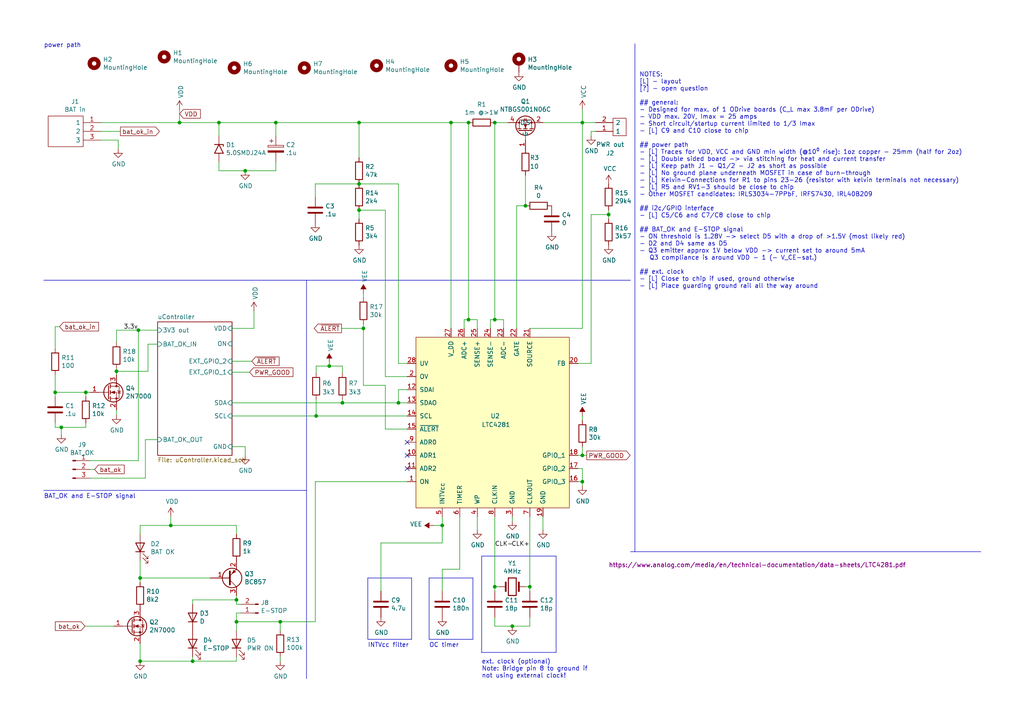
<source format=kicad_sch>
(kicad_sch (version 20230121) (generator eeschema)
  (paper "A4")
  (title_block (title "Battery-Protector") (date "2021-10-18") (rev "0.1") (company "Alexander Junk"))
  (lib_symbols
    (symbol "Connector:Conn_01x02_Male" (pin_names (offset 1.016) hide)
      (property "Reference" "J" (at 0 2.54 0))
      (property "Value" "Conn_01x02_Male" (at 0 -5.08 0))
      (symbol "Conn_01x02_Male_1_1"
        (polyline (pts (xy 1.27 -2.54) (xy 0.8636 -2.54)) (stroke (width 0.1524)))
        (polyline (pts (xy 1.27 0) (xy 0.8636 0)) (stroke (width 0.1524)))
        (rectangle (start 0.8636 -2.413) (end 0 -2.667) (stroke (width 0.1524)) (fill (type outline)))
        (rectangle (start 0.8636 0.127) (end 0 -0.127) (stroke (width 0.1524)) (fill (type outline)))
        (pin passive line (at 5.08 0 180) (length 3.81) (name "Pin_1") (number "1"))
        (pin passive line (at 5.08 -2.54 180) (length 3.81) (name "Pin_2") (number "2"))
      )
    )
    (symbol "Connector:Conn_01x03_Male" (pin_names (offset 1.016) hide)
      (property "Reference" "J" (at 0 5.08 0))
      (property "Value" "Conn_01x03_Male" (at 0 -5.08 0))
      (symbol "Conn_01x03_Male_1_1"
        (polyline (pts (xy 1.27 -2.54) (xy 0.8636 -2.54)) (stroke (width 0.1524)))
        (polyline (pts (xy 1.27 0) (xy 0.8636 0)) (stroke (width 0.1524)))
        (polyline (pts (xy 1.27 2.54) (xy 0.8636 2.54)) (stroke (width 0.1524)))
        (rectangle (start 0.8636 -2.413) (end 0 -2.667) (stroke (width 0.1524)) (fill (type outline)))
        (rectangle (start 0.8636 0.127) (end 0 -0.127) (stroke (width 0.1524)) (fill (type outline)))
        (rectangle (start 0.8636 2.667) (end 0 2.413) (stroke (width 0.1524)) (fill (type outline)))
        (pin passive line (at 5.08 2.54 180) (length 3.81) (name "Pin_1") (number "1"))
        (pin passive line (at 5.08 0 180) (length 3.81) (name "Pin_2") (number "2"))
        (pin passive line (at 5.08 -2.54 180) (length 3.81) (name "Pin_3") (number "3"))
      )
    )
    (symbol "Device:C" (pin_numbers hide) (pin_names (offset 0.254))
      (property "Reference" "C" (at 0.635 2.54 0))
      (property "Value" "C" (at 0.635 -2.54 0))
      (symbol "C_0_1"
        (polyline (pts (xy -2.032 -0.762) (xy 2.032 -0.762)) (stroke (width 0.508)))
        (polyline (pts (xy -2.032 0.762) (xy 2.032 0.762)) (stroke (width 0.508)))
      )
      (symbol "C_1_1"
        (pin passive line (at 0 3.81 270) (length 2.794) (name "~") (number "1"))
        (pin passive line (at 0 -3.81 90) (length 2.794) (name "~") (number "2"))
      )
    )
    (symbol "Device:CP" (pin_numbers hide) (pin_names (offset 0.254))
      (property "Reference" "C" (at 0.635 2.54 0))
      (property "Value" "Device_CP" (at 0.635 -2.54 0))
      (symbol "CP_0_1"
        (rectangle (start -2.286 0.508) (end 2.286 1.016))
        (polyline (pts (xy -1.778 2.286) (xy -0.762 2.286)))
        (polyline (pts (xy -1.27 2.794) (xy -1.27 1.778)))
        (rectangle (start 2.286 -0.508) (end -2.286 -1.016) (fill (type outline)))
      )
      (symbol "CP_1_1"
        (pin passive line (at 0 3.81 270) (length 2.794) (name "~") (number "1"))
        (pin passive line (at 0 -3.81 90) (length 2.794) (name "~") (number "2"))
      )
    )
    (symbol "Device:Crystal" (pin_numbers hide) (pin_names (offset 1.016) hide)
      (property "Reference" "Y" (at 0 3.81 0))
      (property "Value" "Crystal" (at 0 -3.81 0))
      (symbol "Crystal_0_1"
        (rectangle (start -1.143 2.54) (end 1.143 -2.54) (stroke (width 0.3048)))
        (polyline (pts (xy -2.54 0) (xy -1.905 0)))
        (polyline (pts (xy -1.905 -1.27) (xy -1.905 1.27)) (stroke (width 0.508)))
        (polyline (pts (xy 1.905 -1.27) (xy 1.905 1.27)) (stroke (width 0.508)))
        (polyline (pts (xy 2.54 0) (xy 1.905 0)))
      )
      (symbol "Crystal_1_1"
        (pin passive line (at -3.81 0 0) (length 1.27) (name "1") (number "1"))
        (pin passive line (at 3.81 0 180) (length 1.27) (name "2") (number "2"))
      )
    )
    (symbol "Device:D" (pin_numbers hide) (pin_names (offset 1.016) hide)
      (property "Reference" "D" (at 0 2.54 0))
      (property "Value" "D" (at 0 -2.54 0))
      (symbol "D_0_1"
        (polyline (pts (xy -1.27 1.27) (xy -1.27 -1.27)) (stroke (width 0.254)))
        (polyline (pts (xy 1.27 0) (xy -1.27 0)))
        (polyline (pts (xy 1.27 1.27) (xy 1.27 -1.27) (xy -1.27 0) (xy 1.27 1.27)) (stroke (width 0.254)))
      )
      (symbol "D_1_1"
        (pin passive line (at -3.81 0 0) (length 2.54) (name "K") (number "1"))
        (pin passive line (at 3.81 0 180) (length 2.54) (name "A") (number "2"))
      )
    )
    (symbol "Device:LED" (pin_numbers hide) (pin_names (offset 1.016) hide)
      (property "Reference" "D" (at 0 2.54 0))
      (property "Value" "LED" (at 0 -2.54 0))
      (symbol "LED_0_1"
        (polyline (pts (xy -1.27 -1.27) (xy -1.27 1.27)) (stroke (width 0.254)))
        (polyline (pts (xy -1.27 0) (xy 1.27 0)))
        (polyline (pts (xy 1.27 -1.27) (xy 1.27 1.27) (xy -1.27 0) (xy 1.27 -1.27)) (stroke (width 0.254)))
        (polyline (pts (xy -3.048 -0.762) (xy -4.572 -2.286) (xy -3.81 -2.286) (xy -4.572 -2.286) (xy -4.572 -1.524)))
        (polyline (pts (xy -1.778 -0.762) (xy -3.302 -2.286) (xy -2.54 -2.286) (xy -3.302 -2.286) (xy -3.302 -1.524)))
      )
      (symbol "LED_1_1"
        (pin passive line (at -3.81 0 0) (length 2.54) (name "K") (number "1"))
        (pin passive line (at 3.81 0 180) (length 2.54) (name "A") (number "2"))
      )
    )
    (symbol "Device:Q_NMOS_GSD" (pin_names (offset 0) hide)
      (property "Reference" "Q" (at 5.08 1.27 0))
      (property "Value" "Q_NMOS_GSD" (at 5.08 -1.27 0))
      (symbol "Q_NMOS_GSD_0_1"
        (polyline (pts (xy 0.254 0) (xy -2.54 0)))
        (polyline (pts (xy 0.254 1.905) (xy 0.254 -1.905)) (stroke (width 0.254)))
        (polyline (pts (xy 0.762 -1.27) (xy 0.762 -2.286)) (stroke (width 0.254)))
        (polyline (pts (xy 0.762 0.508) (xy 0.762 -0.508)) (stroke (width 0.254)))
        (polyline (pts (xy 0.762 2.286) (xy 0.762 1.27)) (stroke (width 0.254)))
        (polyline (pts (xy 2.54 2.54) (xy 2.54 1.778)))
        (polyline (pts (xy 2.54 -2.54) (xy 2.54 0) (xy 0.762 0)))
        (polyline (pts (xy 0.762 -1.778) (xy 3.302 -1.778) (xy 3.302 1.778) (xy 0.762 1.778)))
        (polyline (pts (xy 1.016 0) (xy 2.032 0.381) (xy 2.032 -0.381) (xy 1.016 0)) (fill (type outline)))
        (polyline (pts (xy 2.794 0.508) (xy 2.921 0.381) (xy 3.683 0.381) (xy 3.81 0.254)))
        (polyline (pts (xy 3.302 0.381) (xy 2.921 -0.254) (xy 3.683 -0.254) (xy 3.302 0.381)))
        (circle (center 1.651 0) (radius 2.794) (stroke (width 0.254)))
        (circle (center 2.54 -1.778) (radius 0.254) (fill (type outline)))
        (circle (center 2.54 1.778) (radius 0.254) (fill (type outline)))
      )
      (symbol "Q_NMOS_GSD_1_1"
        (pin input line (at -5.08 0 0) (length 2.54) (name "G") (number "1"))
        (pin passive line (at 2.54 -5.08 90) (length 2.54) (name "S") (number "2"))
        (pin passive line (at 2.54 5.08 270) (length 2.54) (name "D") (number "3"))
      )
    )
    (symbol "Device:Q_PNP_BEC" (pin_names (offset 0) hide)
      (property "Reference" "Q" (at 5.08 1.27 0))
      (property "Value" "Q_PNP_BEC" (at 5.08 -1.27 0))
      (symbol "Q_PNP_BEC_0_1"
        (polyline (pts (xy 0.635 0.635) (xy 2.54 2.54)))
        (polyline (pts (xy 0.635 -0.635) (xy 2.54 -2.54) (xy 2.54 -2.54)))
        (polyline (pts (xy 0.635 1.905) (xy 0.635 -1.905) (xy 0.635 -1.905)) (stroke (width 0.508)))
        (polyline (pts (xy 2.286 -1.778) (xy 1.778 -2.286) (xy 1.27 -1.27) (xy 2.286 -1.778) (xy 2.286 -1.778)) (fill (type outline)))
        (circle (center 1.27 0) (radius 2.8194) (stroke (width 0.254)))
      )
      (symbol "Q_PNP_BEC_1_1"
        (pin input line (at -5.08 0 0) (length 5.715) (name "B") (number "1"))
        (pin passive line (at 2.54 -5.08 90) (length 2.54) (name "E") (number "2"))
        (pin passive line (at 2.54 5.08 270) (length 2.54) (name "C") (number "3"))
      )
    )
    (symbol "Device:R" (pin_numbers hide) (pin_names (offset 0))
      (property "Reference" "R" (at 2.032 0 90))
      (property "Value" "R" (at 0 0 90))
      (symbol "R_0_1"
        (rectangle (start -1.016 -2.54) (end 1.016 2.54) (stroke (width 0.254)))
      )
      (symbol "R_1_1"
        (pin passive line (at 0 3.81 270) (length 1.27) (name "~") (number "1"))
        (pin passive line (at 0 -3.81 90) (length 1.27) (name "~") (number "2"))
      )
    )
    (symbol "Diode:1.5KExxA" (pin_numbers hide) (pin_names (offset 1.016) hide)
      (property "Reference" "D" (at 0 2.54 0))
      (property "Value" "1.5KExxA" (at 0 -2.54 0))
      (symbol "1.5KExxA_0_1"
        (polyline (pts (xy -0.762 1.27) (xy -1.27 1.27) (xy -1.27 -1.27)) (stroke (width 0.254)))
        (polyline (pts (xy 1.27 1.27) (xy 1.27 -1.27) (xy -1.27 0) (xy 1.27 1.27)) (stroke (width 0.254)))
      )
      (symbol "1.5KExxA_1_1"
        (pin passive line (at -3.81 0 0) (length 2.54) (name "A1") (number "1"))
        (pin passive line (at 3.81 0 180) (length 2.54) (name "A2") (number "2"))
      )
    )
    (symbol "Mechanical:MountingHole" (pin_names (offset 1.016))
      (property "Reference" "H" (at 0 5.08 0))
      (property "Value" "MountingHole" (at 0 3.175 0))
      (symbol "MountingHole_0_1"
        (circle (center 0 0) (radius 1.27) (stroke (width 1.27)))
      )
    )
    (symbol "Mechanical:MountingHole_Pad" (pin_numbers hide) (pin_names (offset 1.016) hide)
      (property "Reference" "H" (at 0 6.35 0))
      (property "Value" "MountingHole_Pad" (at 0 4.445 0))
      (symbol "MountingHole_Pad_0_1"
        (circle (center 0 1.27) (radius 1.27) (stroke (width 1.27)))
      )
      (symbol "MountingHole_Pad_1_1"
        (pin input line (at 0 -2.54 90) (length 2.54) (name "1") (number "1"))
      )
    )
    (symbol "SamacSys_Parts:1017521" (pin_names (offset 0.762))
      (property "Reference" "J" (at 5.715 5.08 0))
      (property "Value" "SamacSys_Parts_1017521" (at 5.715 2.54 0))
      (symbol "1017521_0_0"
        (pin passive line (at 20.32 0 180) (length 5.08) (name "1") (number "1"))
        (pin passive line (at 20.32 -2.54 180) (length 5.08) (name "2") (number "2"))
      )
      (symbol "1017521_0_1"
        (polyline (pts (xy 11.43 1.27) (xy 15.24 1.27) (xy 15.24 -3.81) (xy 11.43 -3.81) (xy 11.43 1.27)) (stroke (width 0.1524)))
      )
    )
    (symbol "SamacSys_Parts:1017522" (pin_names (offset 0.762))
      (property "Reference" "J" (at 5.08 5.715 0))
      (property "Value" "SamacSys_Parts_1017522" (at 5.08 3.175 0))
      (symbol "1017522_0_0"
        (pin passive line (at 20.32 0 180) (length 5.08) (name "1") (number "1"))
        (pin passive line (at 20.32 -2.54 180) (length 5.08) (name "2") (number "2"))
        (pin passive line (at 20.32 -5.08 180) (length 5.08) (name "3") (number "3"))
      )
      (symbol "1017522_0_1"
        (polyline (pts (xy 5.08 1.905) (xy 15.24 1.905) (xy 15.24 -6.985) (xy 5.08 -6.985) (xy 5.08 1.905)) (stroke (width 0.1524)))
      )
    )
    (symbol "kicad_lib:LTC4281" (pin_names (offset 1.016))
      (property "Reference" "U2" (at -7.62 -13.97 0))
      (property "Value" "LTC4281" (at -10.16 -16.51 0))
      (property "Datasheet" "https://www.analog.com/media/en/technical-documentation/data-sheets/LTC4281.pdf" (at 26.67 -57.15 0))
      (symbol "LTC4281_0_1"
        (rectangle (start -29.21 8.89) (end 15.24 -40.64) (fill (type background)))
      )
      (symbol "LTC4281_1_1"
        (pin input line (at -31.75 -33.02 0) (length 2.54) (name "ON") (number "1"))
        (pin input line (at -31.75 -25.4 0) (length 2.54) (name "ADR1") (number "10"))
        (pin input line (at -31.75 -29.21 0) (length 2.54) (name "ADR2") (number "11"))
        (pin input line (at -31.75 -6.35 0) (length 2.54) (name "SDAI") (number "12"))
        (pin output line (at -31.75 -10.16 0) (length 2.54) (name "SDAO") (number "13"))
        (pin input line (at -31.75 -13.97 0) (length 2.54) (name "SCL") (number "14"))
        (pin output line (at -31.75 -17.78 0) (length 2.54) (name "~{ALERT}") (number "15"))
        (pin bidirectional line (at 17.78 -33.02 180) (length 2.54) (name "GPIO_3") (number "16"))
        (pin bidirectional line (at 17.78 -29.21 180) (length 2.54) (name "GPIO_2") (number "17"))
        (pin bidirectional line (at 17.78 -25.4 180) (length 2.54) (name "GPIO_1") (number "18"))
        (pin power_in line (at 7.62 -43.18 90) (length 2.54) (name "GND") (number "19"))
        (pin input line (at -31.75 -2.54 0) (length 2.54) (name "OV") (number "2"))
        (pin input line (at 17.78 1.27 180) (length 2.54) (name "FB") (number "20"))
        (pin input line (at 3.81 11.43 270) (length 2.54) (name "SOURCE") (number "21"))
        (pin output line (at 0 11.43 270) (length 2.54) (name "GATE") (number "22"))
        (pin input line (at -3.81 11.43 270) (length 2.54) (name "ADC-") (number "23"))
        (pin input line (at -7.62 11.43 270) (length 2.54) (name "SENSE-") (number "24"))
        (pin input line (at -11.43 11.43 270) (length 2.54) (name "SENSE+") (number "25"))
        (pin input line (at -15.24 11.43 270) (length 2.54) (name "ADC+") (number "26"))
        (pin power_in line (at -19.05 11.43 270) (length 2.54) (name "V_DD") (number "27"))
        (pin input line (at -31.75 1.27 0) (length 2.54) (name "UV") (number "28"))
        (pin power_in line (at -1.27 -43.18 90) (length 2.54) (name "GND") (number "3"))
        (pin input line (at -11.43 -43.18 90) (length 2.54) (name "WP") (number "4"))
        (pin output line (at -21.59 -43.18 90) (length 2.54) (name "INTVcc") (number "5"))
        (pin bidirectional line (at -16.51 -43.18 90) (length 2.54) (name "TIMER") (number "6"))
        (pin output line (at 3.81 -43.18 90) (length 2.54) (name "CLKOUT") (number "7"))
        (pin input line (at -6.35 -43.18 90) (length 2.54) (name "CLKIN") (number "8"))
        (pin input line (at -31.75 -21.59 0) (length 2.54) (name "ADR0") (number "9"))
      )
    )
    (symbol "kicad_lib:NTBGS001N06C" (pin_names (offset 1.016))
      (property "Reference" "Q" (at 11.43 1.27 0))
      (property "Value" "kicad_lib_NTBGS001N06C" (at 11.43 -0.635 0))
      (symbol "NTBGS001N06C_1_1"
        (circle (center -0.254 0) (radius 2.794) (stroke (width 0.254)))
        (polyline (pts (xy -1.651 0) (xy -4.445 0)))
        (polyline (pts (xy -1.651 1.905) (xy -1.651 -1.905)) (stroke (width 0.254)))
        (polyline (pts (xy -1.143 -1.27) (xy -1.143 -2.286)) (stroke (width 0.254)))
        (polyline (pts (xy -1.143 0.508) (xy -1.143 -0.508)) (stroke (width 0.254)))
        (polyline (pts (xy -1.143 2.286) (xy -1.143 1.27)) (stroke (width 0.254)))
        (polyline (pts (xy 0.635 2.54) (xy 0.635 1.778)))
        (polyline (pts (xy 0.635 -2.54) (xy 0.635 0) (xy -1.143 0)))
        (polyline (pts (xy -1.143 -1.778) (xy 1.397 -1.778) (xy 1.397 1.778) (xy -1.143 1.778)))
        (polyline (pts (xy -0.889 0) (xy 0.127 0.381) (xy 0.127 -0.381) (xy -0.889 0)) (fill (type outline)))
        (polyline (pts (xy 0.889 0.508) (xy 1.016 0.381) (xy 1.778 0.381) (xy 1.905 0.254)))
        (polyline (pts (xy 1.397 0.381) (xy 1.016 -0.254) (xy 1.778 -0.254) (xy 1.397 0.381)))
        (circle (center 0.635 -1.778) (radius 0.254) (fill (type outline)))
        (circle (center 0.635 1.778) (radius 0.254) (fill (type outline)))
        (pin input line (at -6.985 0 0) (length 2.54) (name "G") (number "1"))
        (pin passive line (at 0.635 -5.08 90) (length 2.54) (name "S") (number "2"))
        (pin passive line (at 0.635 -5.08 90) (length 2.54) hide (name "S") (number "3"))
        (pin passive line (at 0.635 5.08 270) (length 2.54) (name "D") (number "4"))
        (pin passive line (at 0.635 -5.08 90) (length 2.54) hide (name "S") (number "5"))
        (pin passive line (at 0.635 -5.08 90) (length 2.54) hide (name "S") (number "6"))
        (pin passive line (at 0.635 -5.08 90) (length 2.54) hide (name "S") (number "7"))
      )
    )
    (symbol "power:GND" (power) (pin_names (offset 0))
      (property "Value" "GND" (at 0 -3.81 0))
      (symbol "GND_0_1"
        (polyline (pts (xy 0 0) (xy 0 -1.27) (xy 1.27 -1.27) (xy 0 -2.54) (xy -1.27 -1.27) (xy 0 -1.27)))
      )
      (symbol "GND_1_1"
        (pin power_in line (at 0 0 270) (length 0) hide (name "GND") (number "1"))
      )
    )
    (symbol "power:VCC" (power) (pin_names (offset 0))
      (property "Value" "VCC" (at 0 3.81 0))
      (symbol "VCC_0_1"
        (polyline (pts (xy -0.762 1.27) (xy 0 2.54)))
        (polyline (pts (xy 0 0) (xy 0 2.54)))
        (polyline (pts (xy 0 2.54) (xy 0.762 1.27)))
      )
      (symbol "VCC_1_1"
        (pin power_in line (at 0 0 90) (length 0) hide (name "VCC") (number "1"))
      )
    )
    (symbol "power:VDD" (power) (pin_names (offset 0))
      (property "Value" "VDD" (at 0 3.81 0))
      (symbol "VDD_0_1"
        (polyline (pts (xy -0.762 1.27) (xy 0 2.54)))
        (polyline (pts (xy 0 0) (xy 0 2.54)))
        (polyline (pts (xy 0 2.54) (xy 0.762 1.27)))
      )
      (symbol "VDD_1_1"
        (pin power_in line (at 0 0 90) (length 0) hide (name "VDD") (number "1"))
      )
    )
    (symbol "power:VEE" (power) (pin_names (offset 0))
      (property "Value" "VEE" (at 0 3.81 0))
      (symbol "VEE_0_1"
        (polyline (pts (xy 0 0) (xy 0 2.54)))
        (polyline (pts (xy 0.762 1.27) (xy -0.762 1.27) (xy 0 2.54) (xy 0.762 1.27)) (fill (type outline)))
      )
      (symbol "VEE_1_1"
        (pin power_in line (at 0 0 90) (length 0) hide (name "VEE") (number "1"))
      )
    )
  )
  (junction (at 130.81 35.56))
  (junction (at 17.78 123.952))
  (junction (at 168.91 35.56))
  (junction (at 91.694 120.65))
  (junction (at 99.314 116.84))
  (junction (at 105.41 95.25))
  (junction (at 68.58 180.34))
  (junction (at 68.58 173.99))
  (junction (at 95.504 106.172))
  (junction (at 104.14 60.96))
  (junction (at 49.53 152.4))
  (junction (at 80.01 35.56))
  (junction (at 40.64 191.77))
  (junction (at 104.14 35.56))
  (junction (at 33.782 107.696))
  (junction (at 40.132 95.758))
  (junction (at 153.67 170.18))
  (junction (at 115.57 116.84))
  (junction (at 168.91 132.08))
  (junction (at 135.89 35.56))
  (junction (at 143.51 35.56))
  (junction (at 81.28 180.34))
  (junction (at 176.53 62.23))
  (junction (at 40.64 167.64))
  (junction (at 55.88 191.77))
  (junction (at 148.59 181.61))
  (junction (at 152.4 59.69))
  (junction (at 16.002 113.792))
  (junction (at 104.14 53.34))
  (junction (at 52.07 35.56))
  (junction (at 24.892 113.792))
  (junction (at 168.91 139.7))
  (junction (at 143.51 170.18))
  (junction (at 143.51 92.71))
  (junction (at 128.27 152.4))
  (junction (at 135.89 92.71))
  (junction (at 63.5 35.56))
  (junction (at 71.12 49.53))
  (no_connect (at 118.11 128.27))
  (no_connect (at 118.11 132.08))
  (no_connect (at 118.11 135.89))
  (wire (pts (xy 33.782 107.696) (xy 42.926 107.696)))
  (wire (pts (xy 157.48 35.56) (xy 168.91 35.56)))
  (wire (pts (xy 135.89 35.56) (xy 130.81 35.56)))
  (wire (pts (xy 153.67 181.61) (xy 148.59 181.61)))
  (wire (pts (xy 91.44 139.7) (xy 91.44 180.34)))
  (wire (pts (xy 153.67 170.18) (xy 152.4 170.18)))
  (wire (pts (xy 63.5 49.53) (xy 71.12 49.53)))
  (wire (pts (xy 49.53 149.86) (xy 49.53 152.4)))
  (wire (pts (xy 111.76 124.46) (xy 118.11 124.46)))
  (wire (pts (xy 80.01 35.56) (xy 104.14 35.56)))
  (wire (pts (xy 68.58 177.8) (xy 69.85 177.8)))
  (wire (pts (xy 91.44 139.7) (xy 118.11 139.7)))
  (wire (pts (xy 168.91 140.97) (xy 168.91 139.7)))
  (wire (pts (xy 149.86 59.69) (xy 149.86 95.25)))
  (wire (pts (xy 133.35 165.1) (xy 133.35 149.86)))
  (polyline (pts (xy 119.38 185.42) (xy 119.38 167.64)))
  (wire (pts (xy 68.58 175.26) (xy 68.58 173.99)))
  (wire (pts (xy 71.12 49.53) (xy 80.01 49.53)))
  (wire (pts (xy 130.81 35.56) (xy 130.81 95.25)))
  (wire (pts (xy 24.892 122.682) (xy 24.892 123.952)))
  (wire (pts (xy 157.48 149.86) (xy 157.48 153.67)))
  (wire (pts (xy 104.14 60.96) (xy 111.76 60.96)))
  (wire (pts (xy 26.162 133.604) (xy 40.132 133.604)))
  (wire (pts (xy 29.21 35.56) (xy 52.07 35.56)))
  (polyline (pts (xy 161.29 161.29) (xy 161.29 189.23)))
  (wire (pts (xy 16.002 123.952) (xy 17.78 123.952)))
  (wire (pts (xy 33.782 95.758) (xy 33.782 99.314)))
  (wire (pts (xy 63.5 35.56) (xy 80.01 35.56)))
  (wire (pts (xy 115.57 113.03) (xy 115.57 116.84)))
  (wire (pts (xy 49.53 152.4) (xy 68.58 152.4)))
  (wire (pts (xy 146.05 92.71) (xy 146.05 95.25)))
  (wire (pts (xy 16.002 113.792) (xy 24.892 113.792)))
  (wire (pts (xy 26.162 136.144) (xy 27.432 136.144)))
  (wire (pts (xy 16.002 115.062) (xy 16.002 113.792)))
  (wire (pts (xy 67.31 120.65) (xy 91.694 120.65)))
  (wire (pts (xy 81.28 180.34) (xy 91.44 180.34)))
  (wire (pts (xy 110.49 157.48) (xy 128.27 157.48)))
  (wire (pts (xy 111.76 109.22) (xy 118.11 109.22)))
  (wire (pts (xy 135.89 92.71) (xy 138.43 92.71)))
  (wire (pts (xy 134.62 92.71) (xy 135.89 92.71)))
  (wire (pts (xy 45.72 95.758) (xy 40.132 95.758)))
  (wire (pts (xy 176.53 62.23) (xy 176.53 60.96)))
  (wire (pts (xy 81.28 190.5) (xy 81.28 191.77)))
  (wire (pts (xy 153.67 149.86) (xy 153.67 170.18)))
  (polyline (pts (xy 182.88 160.02) (xy 284.48 160.02)))
  (wire (pts (xy 168.91 132.08) (xy 168.91 129.54)))
  (wire (pts (xy 168.91 135.89) (xy 168.91 139.7)))
  (wire (pts (xy 80.01 49.53) (xy 80.01 46.99)))
  (wire (pts (xy 167.64 135.89) (xy 168.91 135.89)))
  (wire (pts (xy 168.91 120.65) (xy 168.91 121.92)))
  (polyline (pts (xy 106.68 167.64) (xy 119.38 167.64)))
  (wire (pts (xy 40.64 191.77) (xy 55.88 191.77)))
  (wire (pts (xy 128.27 171.45) (xy 128.27 165.1)))
  (wire (pts (xy 67.31 107.95) (xy 72.39 107.95)))
  (wire (pts (xy 52.07 31.75) (xy 52.07 35.56)))
  (wire (pts (xy 16.002 122.682) (xy 16.002 123.952)))
  (wire (pts (xy 34.29 40.64) (xy 34.29 43.18)))
  (wire (pts (xy 40.64 162.56) (xy 40.64 167.64)))
  (wire (pts (xy 40.64 168.91) (xy 40.64 167.64)))
  (wire (pts (xy 71.12 132.08) (xy 71.12 129.54)))
  (wire (pts (xy 68.58 173.99) (xy 68.58 172.72)))
  (wire (pts (xy 67.31 116.84) (xy 99.314 116.84)))
  (wire (pts (xy 168.91 31.75) (xy 168.91 35.56)))
  (wire (pts (xy 17.78 123.952) (xy 17.78 125.984)))
  (wire (pts (xy 142.24 92.71) (xy 143.51 92.71)))
  (wire (pts (xy 29.21 40.64) (xy 34.29 40.64)))
  (wire (pts (xy 42.926 99.822) (xy 45.72 99.822)))
  (wire (pts (xy 143.51 35.56) (xy 143.51 92.71)))
  (wire (pts (xy 80.01 39.37) (xy 80.01 35.56)))
  (polyline (pts (xy 124.46 185.42) (xy 124.46 167.64)))
  (wire (pts (xy 29.21 38.1) (xy 34.925 38.1)))
  (wire (pts (xy 128.27 149.86) (xy 128.27 152.4)))
  (wire (pts (xy 135.89 35.56) (xy 135.89 92.71)))
  (wire (pts (xy 118.11 113.03) (xy 115.57 113.03)))
  (wire (pts (xy 148.59 181.61) (xy 143.51 181.61)))
  (wire (pts (xy 104.14 45.72) (xy 104.14 35.56)))
  (wire (pts (xy 149.86 59.69) (xy 152.4 59.69)))
  (wire (pts (xy 91.44 53.34) (xy 104.14 53.34)))
  (wire (pts (xy 68.58 190.5) (xy 68.58 191.77)))
  (wire (pts (xy 99.314 106.172) (xy 99.314 108.204)))
  (wire (pts (xy 99.06 95.25) (xy 105.41 95.25)))
  (wire (pts (xy 24.638 181.61) (xy 33.02 181.61)))
  (wire (pts (xy 111.76 111.76) (xy 105.41 111.76)))
  (wire (pts (xy 105.41 93.98) (xy 105.41 95.25)))
  (wire (pts (xy 55.88 173.99) (xy 68.58 173.99)))
  (wire (pts (xy 128.27 165.1) (xy 133.35 165.1)))
  (wire (pts (xy 152.4 50.8) (xy 152.4 59.69)))
  (polyline (pts (xy 88.9 81.28) (xy 88.9 196.85)))
  (wire (pts (xy 128.27 157.48) (xy 128.27 152.4)))
  (wire (pts (xy 176.53 63.5) (xy 176.53 62.23)))
  (wire (pts (xy 168.91 95.25) (xy 153.67 95.25)))
  (wire (pts (xy 148.59 149.86) (xy 148.59 151.13)))
  (wire (pts (xy 40.64 167.64) (xy 60.96 167.64)))
  (wire (pts (xy 91.694 120.65) (xy 118.11 120.65)))
  (polyline (pts (xy 124.46 185.42) (xy 137.16 185.42)))
  (wire (pts (xy 171.45 105.41) (xy 167.64 105.41)))
  (wire (pts (xy 40.132 95.758) (xy 33.782 95.758)))
  (wire (pts (xy 171.45 38.1) (xy 171.45 39.37)))
  (wire (pts (xy 68.58 180.34) (xy 68.58 177.8)))
  (wire (pts (xy 95.504 105.156) (xy 95.504 106.172)))
  (polyline (pts (xy 106.68 167.64) (xy 106.68 185.42)))
  (wire (pts (xy 91.694 108.204) (xy 91.694 106.172)))
  (wire (pts (xy 144.78 170.18) (xy 143.51 170.18)))
  (wire (pts (xy 52.07 35.56) (xy 63.5 35.56)))
  (wire (pts (xy 95.504 106.172) (xy 99.314 106.172)))
  (wire (pts (xy 104.14 53.34) (xy 115.57 53.34)))
  (wire (pts (xy 99.314 116.84) (xy 115.57 116.84)))
  (wire (pts (xy 172.72 38.1) (xy 171.45 38.1)))
  (wire (pts (xy 63.5 39.37) (xy 63.5 35.56)))
  (wire (pts (xy 40.64 152.4) (xy 49.53 152.4)))
  (wire (pts (xy 68.58 152.4) (xy 68.58 154.94)))
  (wire (pts (xy 73.66 90.17) (xy 73.66 95.25)))
  (wire (pts (xy 63.5 46.99) (xy 63.5 49.53)))
  (wire (pts (xy 168.91 35.56) (xy 172.72 35.56)))
  (polyline (pts (xy 139.7 189.23) (xy 161.29 189.23)))
  (wire (pts (xy 143.51 170.18) (xy 143.51 171.45)))
  (wire (pts (xy 171.45 62.23) (xy 171.45 105.41)))
  (wire (pts (xy 168.91 132.08) (xy 170.18 132.08)))
  (wire (pts (xy 26.162 138.684) (xy 42.164 138.684)))
  (wire (pts (xy 55.88 175.26) (xy 55.88 173.99)))
  (wire (pts (xy 167.64 132.08) (xy 168.91 132.08)))
  (wire (pts (xy 17.272 94.742) (xy 16.002 94.742)))
  (wire (pts (xy 143.51 149.86) (xy 143.51 170.18)))
  (wire (pts (xy 16.002 94.742) (xy 16.002 101.092)))
  (wire (pts (xy 81.28 180.34) (xy 81.28 182.88)))
  (wire (pts (xy 111.76 60.96) (xy 111.76 109.22)))
  (wire (pts (xy 153.67 179.07) (xy 153.67 181.61)))
  (wire (pts (xy 67.31 104.775) (xy 73.025 104.775)))
  (wire (pts (xy 138.43 92.71) (xy 138.43 95.25)))
  (polyline (pts (xy 139.7 161.29) (xy 161.29 161.29)))
  (wire (pts (xy 42.164 127.508) (xy 45.72 127.508)))
  (wire (pts (xy 115.57 53.34) (xy 115.57 105.41)))
  (polyline (pts (xy 184.15 12.7) (xy 184.15 160.02)))
  (wire (pts (xy 71.12 129.54) (xy 67.31 129.54)))
  (wire (pts (xy 91.44 57.15) (xy 91.44 53.34)))
  (wire (pts (xy 115.57 105.41) (xy 118.11 105.41)))
  (wire (pts (xy 153.67 170.18) (xy 153.67 171.45)))
  (wire (pts (xy 171.45 62.23) (xy 176.53 62.23)))
  (wire (pts (xy 33.782 107.696) (xy 33.782 108.712)))
  (wire (pts (xy 104.14 35.56) (xy 130.81 35.56)))
  (wire (pts (xy 168.91 139.7) (xy 167.64 139.7)))
  (polyline (pts (xy 137.16 167.64) (xy 137.16 185.42)))
  (polyline (pts (xy 124.46 167.64) (xy 137.16 167.64)))
  (wire (pts (xy 105.41 85.09) (xy 105.41 86.36)))
  (wire (pts (xy 40.64 186.69) (xy 40.64 191.77)))
  (wire (pts (xy 33.782 106.934) (xy 33.782 107.696)))
  (wire (pts (xy 40.132 133.604) (xy 40.132 95.758)))
  (wire (pts (xy 128.27 152.4) (xy 125.73 152.4)))
  (wire (pts (xy 143.51 92.71) (xy 146.05 92.71)))
  (wire (pts (xy 16.002 113.792) (xy 16.002 108.712)))
  (wire (pts (xy 42.926 107.696) (xy 42.926 99.822)))
  (wire (pts (xy 105.41 95.25) (xy 105.41 111.76)))
  (wire (pts (xy 111.76 124.46) (xy 111.76 111.76)))
  (wire (pts (xy 40.64 154.94) (xy 40.64 152.4)))
  (wire (pts (xy 68.58 180.34) (xy 81.28 180.34)))
  (wire (pts (xy 68.58 182.88) (xy 68.58 180.34)))
  (wire (pts (xy 142.24 95.25) (xy 142.24 92.71)))
  (wire (pts (xy 99.314 115.824) (xy 99.314 116.84)))
  (wire (pts (xy 69.85 175.26) (xy 68.58 175.26)))
  (wire (pts (xy 168.91 35.56) (xy 168.91 95.25)))
  (wire (pts (xy 143.51 181.61) (xy 143.51 179.07)))
  (wire (pts (xy 67.31 95.25) (xy 73.66 95.25)))
  (polyline (pts (xy 106.68 185.42) (xy 119.38 185.42)))
  (wire (pts (xy 91.694 115.824) (xy 91.694 120.65)))
  (wire (pts (xy 55.88 190.5) (xy 55.88 191.77)))
  (polyline (pts (xy 12.7 81.28) (xy 182.88 81.28)))
  (wire (pts (xy 55.88 191.77) (xy 68.58 191.77)))
  (wire (pts (xy 115.57 116.84) (xy 118.11 116.84)))
  (wire (pts (xy 110.49 157.48) (xy 110.49 171.45)))
  (wire (pts (xy 91.694 106.172) (xy 95.504 106.172)))
  (wire (pts (xy 138.43 153.67) (xy 138.43 149.86)))
  (wire (pts (xy 33.782 118.872) (xy 33.782 120.396)))
  (polyline (pts (xy 139.7 161.29) (xy 139.7 189.23)))
  (wire (pts (xy 134.62 95.25) (xy 134.62 92.71)))
  (wire (pts (xy 17.78 123.952) (xy 24.892 123.952)))
  (wire (pts (xy 24.892 113.792) (xy 24.892 115.062)))
  (wire (pts (xy 42.164 138.684) (xy 42.164 127.508)))
  (wire (pts (xy 24.892 113.792) (xy 26.162 113.792)))
  (wire (pts (xy 147.32 35.56) (xy 143.51 35.56)))
  (polyline (pts (xy 12.7 142.24) (xy 88.9 142.24)))
  (wire (pts (xy 104.14 63.5) (xy 104.14 60.96)))
  (text "INTVcc filter" (at 106.68 187.96 0) (effects (font (size 1.27 1.27)) (justify left bottom)))
  (text "NOTES:\n[L] - layout\n[?] - open question\n\n## general:\n- Designed for max. of 1 ODrive boards (C_L max 3.8mF per ODrive)\n- VDD max. 20V, Imax = 25 amps\n- Short circuit/startup current limited to 1/3 Imax\n- [L] C9 and C10 close to chip\n\n## power path\n- [L] Traces for VDD, VCC and GND min width (@10⁰ rise): 1oz copper - 25mm (half for 2oz)\n- [L] Double sided board -> via stitching for heat and current transfer\n- [L] Keep path J1 - Q1/2 - J2 as short as possible\n- [L] No ground plane underneath MOSFET in case of burn-through\n- [L] Kelvin-Connections for R1 to pins 23-26 (resistor with kelvin terminals not necessary)\n- [L] R5 and RV1-3 should be close to chip \n- Other MOSFET candidates: IRLS3034-7PPbF, IRFS7430, IRL40B209  \n\n## i2c/GPIO interface\n- [L] C5/C6 and C7/C8 close to chip\n\n## BAT_OK and E-STOP signal\n- ON threshold is 1.28V -> select D5 with a drop of >1.5V (most likely red)\n- D2 and D4 same as D5\n- Q3 emitter approx 1V below VDD -> current set to around 5mA\n   Q3 compliance is around VDD - 1 (- V_CE-sat.) \n\n## ext. clock\n- [L] Close to chip if used, ground otherwise\n- [L] Place guarding ground rail all the way around" (at 185.42 83.82 0) (effects (font (size 1.27 1.27)) (justify left bottom)))
  (text "power path" (at 12.7 13.97 0) (effects (font (size 1.27 1.27)) (justify left bottom)))
  (text "BAT_OK and E-STOP signal" (at 12.7 144.78 0) (effects (font (size 1.27 1.27)) (justify left bottom)))
  (text "OC timer\n" (at 124.46 187.96 0) (effects (font (size 1.27 1.27)) (justify left bottom)))
  (text "ext. clock (optional)\nNote: Bridge pin 8 to ground if \nnot using external clock!\n" (at 139.7 196.85 0) (effects (font (size 1.27 1.27)) (justify left bottom)))
  (label "CLK+" (at 153.67 158.75 180))
  (label "3.3v" (at 35.814 95.758 0))
  (label "CLK-" (at 143.51 158.75 0))
  (global_label "bat_ok" (shape input) (at 24.638 181.61 180) (property "Intersheetrefs" "${INTERSHEET_REFS}" (effects hide)))
  (global_label "bat_ok_in" (shape input) (at 17.272 94.742 0) (property "Intersheetrefs" "${INTERSHEET_REFS}" (effects hide)))
  (global_label "~{ALERT}" (shape output) (at 99.06 95.25 180) (property "Intersheetrefs" "${INTERSHEET_REFS}" (effects hide)))
  (global_label "bat_ok_in" (shape output) (at 34.925 38.1 0) (property "Intersheetrefs" "${INTERSHEET_REFS}" (effects hide)))
  (global_label "PWR_GOOD" (shape input) (at 72.39 107.95 0) (property "Intersheetrefs" "${INTERSHEET_REFS}" (effects hide)))
  (global_label "bat_ok" (shape input) (at 27.432 136.144 0) (property "Intersheetrefs" "${INTERSHEET_REFS}" (effects hide)))
  (global_label "VDD" (shape input) (at 52.07 33.02 0) (property "Intersheetrefs" "${INTERSHEET_REFS}" (effects hide)))
  (global_label "PWR_GOOD" (shape output) (at 170.18 132.08 0) (property "Intersheetrefs" "${INTERSHEET_REFS}" (effects hide)))
  (global_label "~{ALERT}" (shape input) (at 73.025 104.775 0) (property "Intersheetrefs" "${INTERSHEET_REFS}" (effects hide)))
  (symbol (lib_id "SamacSys_Parts:1017522") (at 8.89 35.56 0) (unit 1)
    (property "Reference" "J1" (at 21.7932 29.464 0))
    (property "Value" "BAT in" (at 21.7932 31.7754 0))
    (property "Footprint" "SamacSys_Parts:1017522" (effects hide))
    (property "Datasheet" "https://at.rs-online.com/web/p/leiterplatten-printklemmen/1753921" (effects hide))
  )
  (symbol (lib_id "power:GND") (at 34.29 43.18 0) (unit 1)
    (property "Reference" "#PWR0101" (effects hide))
    (property "Value" "GND" (at 34.417 47.5742 0))
  )
  (symbol (lib_id "kicad_lib:LTC4281") (at 149.86 106.68 0) (unit 1)
    (property "Reference" "U2" (at 142.24 120.65 0) (effects (justify left)))
    (property "Value" "LTC4281" (at 139.7 123.19 0) (effects (justify left)))
    (property "Footprint" "Package_DFN_QFN:QFN-28-1EP_4x5mm_P0.5mm_EP2.65x3.65mm" (effects hide))
    (property "Datasheet" "https://www.analog.com/media/en/technical-documentation/data-sheets/LTC4281.pdf" (at 176.53 163.83 0) (effects (justify left)))
  )
  (symbol (lib_id "Device:R") (at 139.7 35.56 270) (unit 1)
    (property "Reference" "R1" (at 139.7 30.3022 90))
    (property "Value" "1m @>1W" (at 139.7 32.6136 90))
    (property "Footprint" "custom-footprints:R_Shunt_Vishay_WSR2_WSR3_KelvinConnection" (effects hide))
    (property "Datasheet" "https://docs.rs-online.com/4297/0900766b80d81e5e.pdf" (effects hide))
  )
  (symbol (lib_id "kicad_lib:NTBGS001N06C") (at 152.4 36.195 90) (unit 1)
    (property "Reference" "Q1" (at 152.4 29.4132 90))
    (property "Value" "NTBGS001N06C" (at 152.4 31.7246 90))
    (property "Footprint" "Package_TO_SOT_SMD:TO-263-7_TabPin4" (effects hide))
    (property "Datasheet" "https://docs.rs-online.com/7c39/A700000007834187.pdf" (effects hide))
  )
  (symbol (lib_id "Device:R") (at 152.4 46.99 0) (unit 1)
    (property "Reference" "R3" (at 153.67 45.72 0) (effects (justify left)))
    (property "Value" "10" (at 153.67 48.26 0) (effects (justify left)))
    (property "Footprint" "Resistor_SMD:R_1206_3216Metric_Pad1.30x1.75mm_HandSolder" (effects hide))
    (property "Datasheet" "https://at.rs-online.com/web/p/smd-widerstande/2231997" (effects hide))
  )
  (symbol (lib_id "Device:R") (at 156.21 59.69 270) (unit 1)
    (property "Reference" "R4" (at 156.21 54.4322 90))
    (property "Value" "0" (at 156.21 56.7436 90))
    (property "Footprint" "Resistor_SMD:R_1206_3216Metric_Pad1.30x1.75mm_HandSolder" (effects hide))
  )
  (symbol (lib_id "Device:C") (at 160.02 63.5 0) (unit 1)
    (property "Reference" "C4" (at 162.941 62.3316 0) (effects (justify left)))
    (property "Value" "0" (at 162.941 64.643 0) (effects (justify left)))
    (property "Footprint" "Capacitor_SMD:C_1206_3216Metric_Pad1.33x1.80mm_HandSolder" (effects hide))
  )
  (symbol (lib_id "power:GND") (at 160.02 67.31 0) (unit 1)
    (property "Reference" "#PWR0102" (effects hide))
    (property "Value" "GND" (at 160.147 71.7042 0))
  )
  (symbol (lib_id "power:GND") (at 176.53 71.12 0) (unit 1)
    (property "Reference" "#PWR0103" (effects hide))
    (property "Value" "GND" (at 176.657 75.5142 0))
  )
  (symbol (lib_id "power:VCC") (at 168.91 31.75 0) (unit 1)
    (property "Reference" "#PWR0104" (effects hide))
    (property "Value" "VCC" (at 169.291 28.4988 90) (effects (justify left)))
  )
  (symbol (lib_id "power:VDD") (at 52.07 31.75 0) (unit 1)
    (property "Reference" "#PWR0105" (effects hide))
    (property "Value" "VDD" (at 52.451 28.5242 90) (effects (justify left)))
  )
  (symbol (lib_id "Device:C") (at 128.27 175.26 0) (unit 1)
    (property "Reference" "C10" (at 131.191 174.0916 0) (effects (justify left)))
    (property "Value" "180n" (at 131.191 176.403 0) (effects (justify left)))
    (property "Footprint" "Capacitor_SMD:C_1206_3216Metric_Pad1.33x1.80mm_HandSolder" (effects hide))
    (property "Datasheet" "https://at.rs-online.com/web/p/keramik-vielschichtkondensatoren/9038764" (effects hide))
    (property "Technology" "C0G/NP0" (effects hide))
  )
  (symbol (lib_id "Device:C") (at 110.49 175.26 0) (unit 1)
    (property "Reference" "C9" (at 113.411 174.0916 0) (effects (justify left)))
    (property "Value" "4.7u" (at 113.411 176.403 0) (effects (justify left)))
    (property "Footprint" "Capacitor_SMD:C_1206_3216Metric_Pad1.33x1.80mm_HandSolder" (effects hide))
    (property "Datasheet" "https://at.rs-online.com/web/p/keramik-vielschichtkondensatoren/2644163" (effects hide))
    (property "Technology" "X7R" (effects hide))
  )
  (symbol (lib_id "Device:C") (at 143.51 175.26 0) (unit 1)
    (property "Reference" "C11" (at 146.431 174.0916 0) (effects (justify left)))
    (property "Value" "18p" (at 146.431 176.403 0) (effects (justify left)))
    (property "Footprint" "Capacitor_SMD:C_0805_2012Metric_Pad1.18x1.45mm_HandSolder" (effects hide))
    (property "Datasheet" "https://at.rs-online.com/web/p/keramik-vielschichtkondensatoren/1704773" (effects hide))
    (property "Technology" "C0G/NP0" (effects hide))
  )
  (symbol (lib_id "Device:C") (at 153.67 175.26 0) (unit 1)
    (property "Reference" "C12" (at 156.591 174.0916 0) (effects (justify left)))
    (property "Value" "18p" (at 156.591 176.403 0) (effects (justify left)))
    (property "Footprint" "Capacitor_SMD:C_0805_2012Metric_Pad1.18x1.45mm_HandSolder" (effects hide))
    (property "Datasheet" "https://at.rs-online.com/web/p/keramik-vielschichtkondensatoren/1704773" (effects hide))
    (property "Technology" "C0G/NP0" (effects hide))
  )
  (symbol (lib_id "power:GND") (at 148.59 181.61 0) (unit 1)
    (property "Reference" "#PWR0107" (effects hide))
    (property "Value" "GND" (at 148.717 186.0042 0))
  )
  (symbol (lib_id "Device:Crystal") (at 148.59 170.18 0) (unit 1)
    (property "Reference" "Y1" (at 148.59 163.3728 0))
    (property "Value" "4MHz" (at 148.59 165.6842 0))
    (property "Footprint" "Crystal:Crystal_SMD_HC49-SD" (effects hide))
    (property "Datasheet" "https://docs.rs-online.com/2d42/0900766b8151cc77.pdf" (effects hide))
  )
  (symbol (lib_id "Device:Q_NMOS_GSD") (at 38.1 181.61 0) (unit 1)
    (property "Reference" "Q2" (at 43.2816 180.4416 0) (effects (justify left)))
    (property "Value" "2N7000" (at 43.2816 182.753 0) (effects (justify left)))
    (property "Footprint" "Package_TO_SOT_SMD:TSOT-23" (effects hide))
  )
  (symbol (lib_id "power:GND") (at 40.64 191.77 0) (unit 1)
    (property "Reference" "#PWR0108" (effects hide))
    (property "Value" "GND" (at 40.767 196.1642 0))
  )
  (symbol (lib_id "Device:Q_PNP_BEC") (at 66.04 167.64 0) (mirror x) (unit 1)
    (property "Reference" "Q3" (at 70.8914 166.4716 0) (effects (justify left)))
    (property "Value" "BC857" (at 70.8914 168.783 0) (effects (justify left)))
    (property "Footprint" "Package_TO_SOT_SMD:TSOT-23" (effects hide))
  )
  (symbol (lib_id "Device:R") (at 68.58 158.75 0) (unit 1)
    (property "Reference" "R9" (at 70.358 157.5816 0) (effects (justify left)))
    (property "Value" "1k" (at 70.358 159.893 0) (effects (justify left)))
    (property "Footprint" "Resistor_SMD:R_1206_3216Metric_Pad1.30x1.75mm_HandSolder" (effects hide))
    (property "Datasheet" "https://at.rs-online.com/web/p/smd-widerstande/1251190" (effects hide))
  )
  (symbol (lib_id "power:VDD") (at 49.53 149.86 0) (unit 1)
    (property "Reference" "#PWR0109" (effects hide))
    (property "Value" "VDD" (at 49.911 145.4658 0))
  )
  (symbol (lib_id "Connector:Conn_01x02_Male") (at 74.93 177.8 180) (unit 1)
    (property "Reference" "J8" (at 75.6412 174.8028 0) (effects (justify right)))
    (property "Value" "E-STOP" (at 75.6412 177.1142 0) (effects (justify right)))
    (property "Footprint" "custom-footprints:conn_SMD_1x03_P2.54mm_Horizontal" (effects hide))
  )
  (symbol (lib_id "Device:R") (at 40.64 172.72 0) (unit 1)
    (property "Reference" "R10" (at 42.418 171.5516 0) (effects (justify left)))
    (property "Value" "8k2" (at 42.418 173.863 0) (effects (justify left)))
    (property "Footprint" "Resistor_SMD:R_1206_3216Metric_Pad1.30x1.75mm_HandSolder" (effects hide))
  )
  (symbol (lib_id "Device:LED") (at 68.58 186.69 90) (unit 1)
    (property "Reference" "D5" (at 71.5772 185.6994 90) (effects (justify right)))
    (property "Value" "PWR ON" (at 71.5772 188.0108 90) (effects (justify right)))
    (property "Footprint" "LED_SMD:LED_1206_3216Metric_Pad1.42x1.75mm_HandSolder" (effects hide))
  )
  (symbol (lib_id "Device:LED") (at 55.88 186.69 90) (unit 1)
    (property "Reference" "D4" (at 58.8772 185.6994 90) (effects (justify right)))
    (property "Value" "E-STOP" (at 58.8772 188.0108 90) (effects (justify right)))
    (property "Footprint" "LED_SMD:LED_1206_3216Metric_Pad1.42x1.75mm_HandSolder" (effects hide))
  )
  (symbol (lib_id "Device:R") (at 104.14 57.15 180) (unit 1)
    (property "Reference" "R14" (at 105.918 55.9816 0) (effects (justify right)))
    (property "Value" "2k4" (at 105.918 58.293 0) (effects (justify right)))
    (property "Footprint" "Resistor_SMD:R_1206_3216Metric_Pad1.30x1.75mm_HandSolder" (effects hide))
    (property "Datasheet" "https://at.rs-online.com/web/p/smd-widerstande/6791991" (effects hide))
  )
  (symbol (lib_id "Device:R") (at 104.14 49.53 180) (unit 1)
    (property "Reference" "R2" (at 105.918 48.3616 0) (effects (justify right)))
    (property "Value" "47k" (at 105.918 50.673 0) (effects (justify right)))
    (property "Footprint" "Resistor_SMD:R_1206_3216Metric_Pad1.30x1.75mm_HandSolder" (effects hide))
    (property "Datasheet" "https://at.rs-online.com/web/p/smd-widerstande/2232489" (effects hide))
  )
  (symbol (lib_id "Connector:Conn_01x03_Male") (at 21.082 136.144 0) (unit 1)
    (property "Reference" "J9" (at 23.8252 129.0066 0))
    (property "Value" "BAT_OK" (at 23.8252 131.318 0))
    (property "Footprint" "Connector_PinHeader_2.54mm:PinHeader_1x03_P2.54mm_Vertical_SMD_Pin1Left" (effects hide))
  )
  (symbol (lib_id "Device:R") (at 176.53 67.31 0) (unit 1)
    (property "Reference" "R16" (at 178.308 66.1416 0) (effects (justify left)))
    (property "Value" "3k57" (at 178.308 68.453 0) (effects (justify left)))
    (property "Footprint" "Resistor_SMD:R_1206_3216Metric_Pad1.30x1.75mm_HandSolder" (effects hide))
  )
  (symbol (lib_id "Device:R") (at 176.53 57.15 0) (unit 1)
    (property "Reference" "R15" (at 178.308 55.9816 0) (effects (justify left)))
    (property "Value" "29k4" (at 178.308 58.293 0) (effects (justify left)))
    (property "Footprint" "Resistor_SMD:R_1206_3216Metric_Pad1.30x1.75mm_HandSolder" (effects hide))
  )
  (symbol (lib_id "power:GND") (at 104.14 71.12 0) (unit 1)
    (property "Reference" "#PWR0112" (effects hide))
    (property "Value" "GND" (at 104.267 75.5142 0))
  )
  (symbol (lib_id "Device:R") (at 105.41 90.17 0) (unit 1)
    (property "Reference" "R17" (at 107.188 89.0016 0) (effects (justify left)))
    (property "Value" "30k" (at 107.188 91.313 0) (effects (justify left)))
    (property "Footprint" "Resistor_SMD:R_1206_3216Metric_Pad1.30x1.75mm_HandSolder" (effects hide))
    (property "Datasheet" "https://at.rs-online.com/web/p/smd-widerstande/8654396" (effects hide))
  )
  (symbol (lib_id "Device:C") (at 91.44 60.96 0) (unit 1)
    (property "Reference" "C3" (at 94.361 59.7916 0) (effects (justify left)))
    (property "Value" ".1u" (at 94.361 62.103 0) (effects (justify left)))
    (property "Footprint" "Capacitor_SMD:C_1206_3216Metric_Pad1.33x1.80mm_HandSolder" (effects hide))
    (property "Datasheet" "https://at.rs-online.com/web/p/keramik-vielschichtkondensatoren/6480761" (effects hide))
    (property "Technology" "X7R" (effects hide))
  )
  (symbol (lib_id "power:GND") (at 91.44 64.77 0) (unit 1)
    (property "Reference" "#PWR0113" (effects hide))
    (property "Value" "GND" (at 91.567 69.1642 0))
  )
  (symbol (lib_id "Device:R") (at 81.28 186.69 0) (unit 1)
    (property "Reference" "R13" (at 83.058 185.5216 0) (effects (justify left)))
    (property "Value" "100k" (at 83.058 187.833 0) (effects (justify left)))
    (property "Footprint" "Resistor_SMD:R_1206_3216Metric_Pad1.30x1.75mm_HandSolder" (effects hide))
  )
  (symbol (lib_id "Mechanical:MountingHole") (at 67.945 19.685 0) (unit 1)
    (property "Reference" "H6" (at 70.485 18.5166 0) (effects (justify left)))
    (property "Value" "MountingHole" (at 70.485 20.828 0) (effects (justify left)))
    (property "Footprint" "MountingHole:MountingHole_3.2mm_M3_DIN965_Pad_TopBottom" (effects hide))
  )
  (symbol (lib_id "Mechanical:MountingHole") (at 88.265 19.685 0) (unit 1)
    (property "Reference" "H7" (at 90.805 18.5166 0) (effects (justify left)))
    (property "Value" "MountingHole" (at 90.805 20.828 0) (effects (justify left)))
    (property "Footprint" "MountingHole:MountingHole_3.2mm_M3_DIN965_Pad_TopBottom" (effects hide))
  )
  (symbol (lib_id "power:GND") (at 150.495 20.955 0) (unit 1)
    (property "Reference" "#PWR0111" (effects hide))
    (property "Value" "GND" (at 150.622 25.3492 0))
  )
  (symbol (lib_id "Mechanical:MountingHole") (at 109.22 19.05 0) (unit 1)
    (property "Reference" "H4" (at 111.76 17.8816 0) (effects (justify left)))
    (property "Value" "MountingHole" (at 111.76 20.193 0) (effects (justify left)))
    (property "Footprint" "MountingHole:MountingHole_3.2mm_M3_DIN965_Pad_TopBottom" (effects hide))
  )
  (symbol (lib_id "Mechanical:MountingHole") (at 130.81 19.05 0) (unit 1)
    (property "Reference" "H5" (at 133.35 17.8816 0) (effects (justify left)))
    (property "Value" "MountingHole" (at 133.35 20.193 0) (effects (justify left)))
    (property "Footprint" "MountingHole:MountingHole_3.2mm_M3_DIN965_Pad_TopBottom" (effects hide))
  )
  (symbol (lib_id "Mechanical:MountingHole_Pad") (at 150.495 18.415 0) (unit 1)
    (property "Reference" "H3" (at 153.035 17.2466 0) (effects (justify left)))
    (property "Value" "MountingHole" (at 153.035 19.558 0) (effects (justify left)))
    (property "Footprint" "MountingHole:MountingHole_3.2mm_M3_DIN965_Pad_TopBottom" (effects hide))
  )
  (symbol (lib_id "Mechanical:MountingHole") (at 47.625 16.51 0) (unit 1)
    (property "Reference" "H1" (at 50.165 15.3416 0) (effects (justify left)))
    (property "Value" "MountingHole" (at 50.165 17.653 0) (effects (justify left)))
    (property "Footprint" "MountingHole:MountingHole_3.2mm_M3_DIN965_Pad_TopBottom" (effects hide))
  )
  (symbol (lib_id "Mechanical:MountingHole") (at 27.305 18.415 0) (unit 1)
    (property "Reference" "H2" (at 29.845 17.2466 0) (effects (justify left)))
    (property "Value" "MountingHole" (at 29.845 19.558 0) (effects (justify left)))
    (property "Footprint" "MountingHole:MountingHole_3.2mm_M3_DIN965_Pad_TopBottom" (effects hide))
  )
  (symbol (lib_id "Device:LED") (at 40.64 158.75 90) (unit 1)
    (property "Reference" "D2" (at 43.6372 157.7594 90) (effects (justify right)))
    (property "Value" "BAT OK" (at 43.6372 160.0708 90) (effects (justify right)))
    (property "Footprint" "LED_SMD:LED_1206_3216Metric_Pad1.42x1.75mm_HandSolder" (effects hide))
  )
  (symbol (lib_id "power:VEE") (at 125.73 152.4 90) (unit 1)
    (property "Reference" "#PWR0119" (effects hide))
    (property "Value" "VEE" (at 122.5042 152.019 90) (effects (justify left)))
  )
  (symbol (lib_id "power:VCC") (at 176.53 53.34 0) (unit 1)
    (property "Reference" "#PWR0116" (effects hide))
    (property "Value" "VCC" (at 176.911 48.9458 0))
  )
  (symbol (lib_id "Device:R") (at 168.91 125.73 0) (unit 1)
    (property "Reference" "R8" (at 170.688 124.5616 0) (effects (justify left)))
    (property "Value" "30k" (at 170.688 126.873 0) (effects (justify left)))
    (property "Footprint" "Resistor_SMD:R_1206_3216Metric_Pad1.30x1.75mm_HandSolder" (effects hide))
    (property "Datasheet" "https://at.rs-online.com/web/p/smd-widerstande/8654396" (effects hide))
  )
  (symbol (lib_id "power:GND") (at 168.91 140.97 0) (unit 1)
    (property "Reference" "#PWR0117" (effects hide))
    (property "Value" "GND" (at 169.037 145.3642 0))
  )
  (symbol (lib_id "Device:CP") (at 80.01 43.18 0) (unit 1)
    (property "Reference" "C2" (at 82.931 42.0116 0) (effects (justify left)))
    (property "Value" ".1u" (at 82.931 44.323 0) (effects (justify left)))
    (property "Footprint" "Capacitor_SMD:CP_Elec_4x5.4" (effects hide))
    (property "Datasheet" "https://at.rs-online.com/web/p/aluminium-elektrolytkondensatoren/8387838" (effects hide))
    (property "Technology" "Al" (effects hide))
  )
  (symbol (lib_id "power:GND") (at 71.12 49.53 0) (unit 1)
    (property "Reference" "#PWR0118" (effects hide))
    (property "Value" "GND" (at 71.247 53.9242 0))
  )
  (symbol (lib_id "Device:D") (at 55.88 179.07 90) (unit 1)
    (property "Reference" "D3" (at 57.912 177.9016 90) (effects (justify right)))
    (property "Value" "D" (at 57.912 180.213 90) (effects (justify right)))
    (property "Footprint" "Diode_SMD:D_1206_3216Metric_Pad1.42x1.75mm_HandSolder" (effects hide))
  )
  (symbol (lib_id "Device:R") (at 104.14 67.31 180) (unit 1)
    (property "Reference" "R5" (at 105.918 66.1416 0) (effects (justify right)))
    (property "Value" "3k4" (at 105.918 68.453 0) (effects (justify right)))
    (property "Footprint" "Resistor_SMD:R_1206_3216Metric_Pad1.30x1.75mm_HandSolder" (effects hide))
    (property "Datasheet" "https://at.rs-online.com/web/p/smd-widerstande/6792115" (effects hide))
  )
  (symbol (lib_id "Diode:1.5KExxA") (at 63.5 43.18 270) (unit 1)
    (property "Reference" "D1" (at 65.532 42.0116 90) (effects (justify left)))
    (property "Value" "5.0SMDJ24A" (at 65.532 44.323 90) (effects (justify left)))
    (property "Footprint" "Diode_SMD:D_SMC_Handsoldering" (effects hide))
    (property "Datasheet" "https://www.vishay.com/docs/88301/15ke.pdf" (effects hide))
  )
  (symbol (lib_id "power:GND") (at 157.48 153.67 0) (unit 1)
    (property "Reference" "#PWR0120" (effects hide))
    (property "Value" "GND" (at 157.607 158.0642 0))
  )
  (symbol (lib_id "power:GND") (at 138.43 153.67 0) (unit 1)
    (property "Reference" "#PWR0121" (effects hide))
    (property "Value" "GND" (at 138.557 158.0642 0))
  )
  (symbol (lib_id "power:GND") (at 128.27 179.07 0) (unit 1)
    (property "Reference" "#PWR0122" (effects hide))
    (property "Value" "GND" (at 128.397 183.4642 0))
  )
  (symbol (lib_id "power:GND") (at 110.49 179.07 0) (unit 1)
    (property "Reference" "#PWR0123" (effects hide))
    (property "Value" "GND" (at 110.617 183.4642 0))
  )
  (symbol (lib_id "SamacSys_Parts:1017521") (at 193.04 38.1 180) (unit 1)
    (property "Reference" "J2" (at 176.9618 44.45 0))
    (property "Value" "PWR out" (at 176.9618 41.91 0))
    (property "Footprint" "SamacSys_Parts:1017521" (effects hide))
    (property "Datasheet" "https://at.rs-online.com/web/p/leiterplatten-printklemmen/1753912" (effects hide))
  )
  (symbol (lib_id "power:GND") (at 171.45 39.37 0) (unit 1)
    (property "Reference" "#PWR0125" (effects hide))
    (property "Value" "GND" (at 171.577 43.7642 0))
  )
  (symbol (lib_id "power:GND") (at 81.28 191.77 0) (unit 1)
    (property "Reference" "#PWR0126" (effects hide))
    (property "Value" "GND" (at 81.407 196.1642 0))
  )
  (symbol (lib_id "Device:R") (at 99.314 112.014 0) (unit 1)
    (property "Reference" "R7" (at 101.092 111.1793 0) (effects (justify left)))
    (property "Value" "3k3" (at 101.092 113.7162 0) (effects (justify left)))
    (property "Footprint" "Resistor_SMD:R_1206_3216Metric_Pad1.30x1.75mm_HandSolder" (effects hide))
  )
  (symbol (lib_id "power:VEE") (at 105.41 85.09 0) (unit 1)
    (property "Reference" "#PWR02" (effects hide))
    (property "Value" "VEE" (at 105.791 81.8642 90) (effects (justify left)))
  )
  (symbol (lib_id "power:GND") (at 71.12 132.08 0) (unit 1)
    (property "Reference" "#PWR0110" (effects hide))
    (property "Value" "GND" (at 71.247 136.4742 0))
  )
  (symbol (lib_id "Device:R") (at 33.782 103.124 180) (unit 1)
    (property "Reference" "R18" (at 35.56 101.9556 0) (effects (justify right)))
    (property "Value" "10k" (at 35.56 104.267 0) (effects (justify right)))
    (property "Footprint" "Resistor_SMD:R_1206_3216Metric_Pad1.30x1.75mm_HandSolder" (effects hide))
  )
  (symbol (lib_id "power:VEE") (at 95.504 105.156 0) (unit 1)
    (property "Reference" "#PWR01" (effects hide))
    (property "Value" "VEE" (at 95.885 101.9302 90) (effects (justify left)))
  )
  (symbol (lib_id "power:GND") (at 148.59 151.13 0) (unit 1)
    (property "Reference" "#PWR0114" (effects hide))
    (property "Value" "GND" (at 148.717 155.5242 0))
  )
  (symbol (lib_id "Device:R") (at 91.694 112.014 0) (unit 1)
    (property "Reference" "R6" (at 93.472 111.1793 0) (effects (justify left)))
    (property "Value" "3k3" (at 93.472 113.7162 0) (effects (justify left)))
    (property "Footprint" "Resistor_SMD:R_1206_3216Metric_Pad1.30x1.75mm_HandSolder" (effects hide))
  )
  (symbol (lib_id "power:VDD") (at 73.66 90.17 0) (unit 1)
    (property "Reference" "#PWR0124" (effects hide))
    (property "Value" "VDD" (at 74.041 86.9442 90) (effects (justify left)))
  )
  (symbol (lib_id "Device:R") (at 24.892 118.872 180) (unit 1)
    (property "Reference" "R12" (at 26.67 117.7036 0) (effects (justify right)))
    (property "Value" "10k" (at 26.67 120.015 0) (effects (justify right)))
    (property "Footprint" "Resistor_SMD:R_1206_3216Metric_Pad1.30x1.75mm_HandSolder" (effects hide))
  )
  (symbol (lib_id "power:VEE") (at 168.91 120.65 0) (unit 1)
    (property "Reference" "#PWR03" (effects hide))
    (property "Value" "VEE" (at 169.291 117.4242 90) (effects (justify left)))
  )
  (symbol (lib_id "Device:R") (at 16.002 104.902 0) (unit 1)
    (property "Reference" "R11" (at 17.78 103.7336 0) (effects (justify left)))
    (property "Value" "100" (at 17.78 106.045 0) (effects (justify left)))
    (property "Footprint" "Resistor_SMD:R_1206_3216Metric_Pad1.30x1.75mm_HandSolder" (effects hide))
  )
  (symbol (lib_id "power:GND") (at 33.782 120.396 0) (unit 1)
    (property "Reference" "#PWR0106" (effects hide))
    (property "Value" "GND" (at 33.909 124.7902 0))
  )
  (symbol (lib_id "Device:C") (at 16.002 118.872 0) (unit 1)
    (property "Reference" "C1" (at 18.923 117.7036 0) (effects (justify left)))
    (property "Value" ".1u" (at 18.923 120.015 0) (effects (justify left)))
    (property "Footprint" "Capacitor_SMD:C_1206_3216Metric_Pad1.33x1.80mm_HandSolder" (effects hide))
    (property "Datasheet" "https://at.rs-online.com/web/p/keramik-vielschichtkondensatoren/6480761" (effects hide))
    (property "Technology" "X7R" (effects hide))
  )
  (symbol (lib_id "Device:Q_NMOS_GSD") (at 31.242 113.792 0) (unit 1)
    (property "Reference" "Q4" (at 36.4236 112.6236 0) (effects (justify left)))
    (property "Value" "2N7000" (at 36.4236 114.935 0) (effects (justify left)))
    (property "Footprint" "Package_TO_SOT_SMD:TSOT-23" (effects hide))
  )
  (symbol (lib_id "power:GND") (at 17.78 125.984 0) (unit 1)
    (property "Reference" "#PWR0146" (effects hide))
    (property "Value" "GND" (at 17.907 130.3782 0))
  )
  (sheet (at 45.72 93.345) (size 21.59 38.735) (stroke (width 0.1524))
    (property "Sheetname" "uController" (at 45.72 92.6334 0) (effects (justify left bottom)))
    (property "Sheetfile" "uController.kicad_sch" (at 45.72 132.6646 0) (effects (justify left top)))
    (pin "SDA" input (at 67.31 116.84 0))
    (pin "SCL" input (at 67.31 120.65 0))
    (pin "VDD" input (at 67.31 95.25 0))
    (pin "GND" input (at 67.31 129.54 0))
    (pin "ON" input (at 67.31 99.695 0))
    (pin "EXT_GPIO_1" input (at 67.31 107.95 0))
    (pin "EXT_GPIO_2" input (at 67.31 104.775 0))
    (pin "BAT_OK_OUT" input (at 45.72 127.508 180))
    (pin "BAT_OK_IN" input (at 45.72 99.822 180))
    (pin "3V3 out" input (at 45.72 95.758 180))
  )
)
</source>
